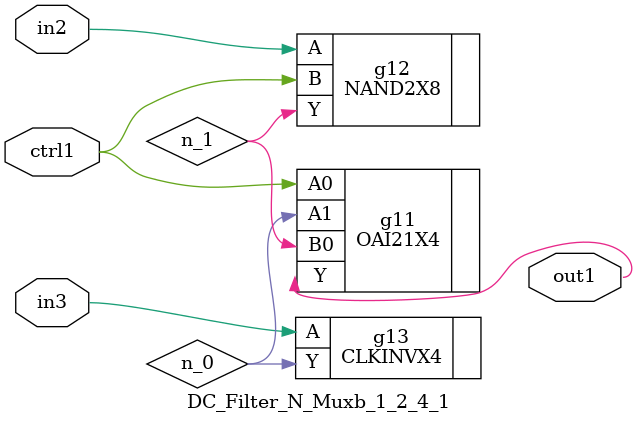
<source format=v>
`timescale 1ps / 1ps


module DC_Filter_N_Muxb_1_2_4_1(in3, in2, ctrl1, out1);
  input in3, in2, ctrl1;
  output out1;
  wire in3, in2, ctrl1;
  wire out1;
  wire n_0, n_1;
  OAI21X4 g11(.A0 (ctrl1), .A1 (n_0), .B0 (n_1), .Y (out1));
  NAND2X8 g12(.A (in2), .B (ctrl1), .Y (n_1));
  CLKINVX4 g13(.A (in3), .Y (n_0));
endmodule



</source>
